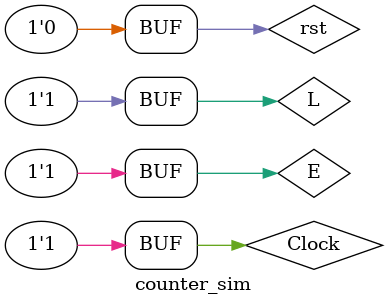
<source format=v>
`timescale 1ns / 1ps


module counter_sim;
    parameter n = 2;
    
    reg rst = 0, L = 0, E = 0, Clock = 0;
    
    wire [n-1:0] Q;
    
    bit_counter uut(rst, L, E, Clock, Q);
    
    initial begin
        #1 Clock = 0; 
        #1 Clock = 1; rst = 1;
        #1 Clock = 0;
        #1 Clock = 1; rst = 0; E = 1;
        #1 Clock = 0;
        #1 Clock = 1; L = 1;
        #1 Clock = 0;
        #1 Clock = 1;
        #1 Clock = 0;
        #1 Clock = 1;
        #1 Clock = 0;
        #1 Clock = 1; L = 0;
        #1 Clock = 0;
        #1 Clock = 1; L = 1;
        #1 Clock = 0;
        #1 Clock = 1;
        #1 Clock = 0;
        #1 Clock = 1;
    end
endmodule

</source>
